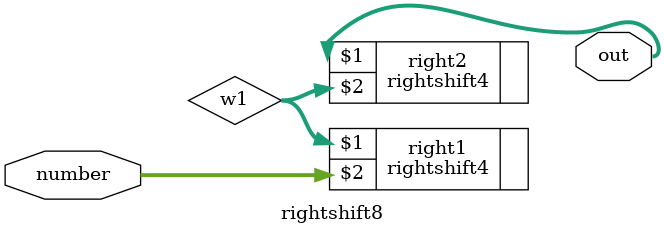
<source format=v>
module rightshift8(out, number);
    input [31:0] number;
    output [31:0] out;

    wire [31:0] w1;
    rightshift4 right1(w1, number);
    rightshift4 right2(out, w1);

endmodule
</source>
